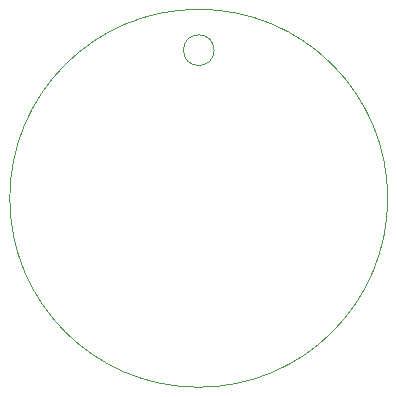
<source format=gbr>
%TF.GenerationSoftware,KiCad,Pcbnew,7.0.7*%
%TF.CreationDate,2024-04-02T17:30:46-04:00*%
%TF.ProjectId,battery_leds,62617474-6572-4795-9f6c-6564732e6b69,rev?*%
%TF.SameCoordinates,Original*%
%TF.FileFunction,Profile,NP*%
%FSLAX46Y46*%
G04 Gerber Fmt 4.6, Leading zero omitted, Abs format (unit mm)*
G04 Created by KiCad (PCBNEW 7.0.7) date 2024-04-02 17:30:46*
%MOMM*%
%LPD*%
G01*
G04 APERTURE LIST*
%TA.AperFunction,Profile*%
%ADD10C,0.050000*%
%TD*%
G04 APERTURE END LIST*
D10*
X163450001Y-96337501D02*
G75*
G03*
X163450001Y-96337501I-16000000J0D01*
G01*
X148750001Y-83800000D02*
G75*
G03*
X148750001Y-83800000I-1300000J0D01*
G01*
M02*

</source>
